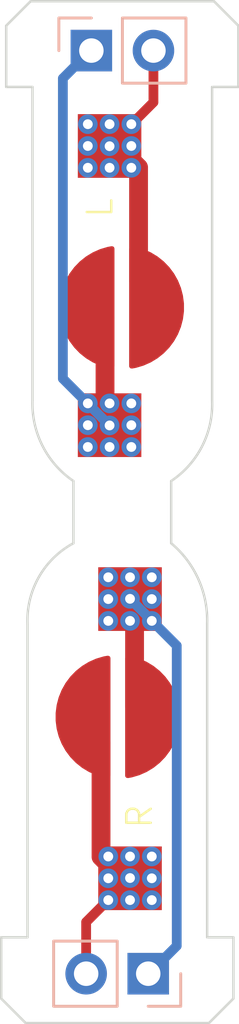
<source format=kicad_pcb>
(kicad_pcb (version 20211014) (generator pcbnew)
  (layers (0 "F.Cu" signal) (31 "B.Cu" signal) (34 "B.Paste" user) (35 "F.Paste" user) (36 "B.SilkS" user "B.Silkscreen") (37 "F.SilkS" user "F.Silkscreen") (38 "B.Mask" user) (39 "F.Mask" user) (44 "Edge.Cuts" user))
  (net 0 "")
  (net 1 "Net-(J1-Pad1)")
  (net 2 "Net-(J1-Pad2)")
  (net 3 "Net-(J2-Pad1)")
  (net 4 "Net-(J2-Pad2)")
  (footprint "PhobGCC_Footprints:Trigger_Contact" (layer "F.Cu") (at 108.538 63.152029 90)
    (fp_text reference "SW1" hide)
    (fp_text value "L" (at 4.06 -0.89 90) (layer "F.SilkS") (effects (font (thickness 0.1))))
    (pad "1" thru_hole circle (at -3.92 -1.39 90) (size 0.8 0.8) (drill 0.4) (layers *.Cu *.Mask) (net 1 "Net-(J1-Pad1)"))
    (pad "1" thru_hole circle (at -5.7 -0.5 90) (size 0.8 0.8) (drill 0.4) (layers *.Cu *.Mask) (net 1 "Net-(J1-Pad1)"))
    (pad "1" smd custom (at -4.81 -0.5 90) (size 1.524 1.524) (layers "F.Cu" "F.Paste" "F.Mask") (net 1 "Net-(J1-Pad1)") (options (clearance outline) (anchor circle)) (primitives (gr_rect (start -1.3 1.3) (end 1.3 -1.3) (width 0) (fill yes))))
    (pad "1" thru_hole circle (at -4.81 0.39 90) (size 0.8 0.8) (drill 0.4) (layers *.Cu *.Mask) (net 1 "Net-(J1-Pad1)"))
    (pad "1" thru_hole circle (at -4.82 -0.5 90) (size 0.8 0.8) (drill 0.4) (layers *.Cu *.Mask) (net 1 "Net-(J1-Pad1)"))
    (pad "1" thru_hole circle (at -3.92 0.39 90) (size 0.8 0.8) (drill 0.4) (layers *.Cu *.Mask) (net 1 "Net-(J1-Pad1)"))
    (pad "1" thru_hole circle (at -4.81 -1.39 90) (size 0.8 0.8) (drill 0.4) (layers *.Cu *.Mask) (net 1 "Net-(J1-Pad1)"))
    (pad "1" thru_hole circle (at -5.7 0.39 90) (size 0.8 0.8) (drill 0.4) (layers *.Cu *.Mask) (net 1 "Net-(J1-Pad1)"))
    (pad "1" thru_hole circle (at -3.92 -0.5 90) (size 0.8 0.8) (drill 0.4) (layers *.Cu *.Mask) (net 1 "Net-(J1-Pad1)"))
    (pad "1" smd custom (at 0 -1.421886 90) (size 1.524 1.524) (layers "F.Cu" "F.Paste" "F.Mask") (net 1 "Net-(J1-Pad1)") (options (clearance outline) (anchor circle)) (primitives (gr_poly (pts (xy 2.4 1.021886) (xy 2.372946 0.868173) (xy 2.284539 0.568843) (xy 2.158541 0.283291) (xy 1.997027 0.016218) (xy 1.802655 -0.227983) (xy 1.578621 -0.445293) (xy 1.328613 -0.632137) (xy 1.056744 -0.785441) (xy 0.767487 -0.902682) (xy 0.465603 -0.981932) (xy 0.156057 -1.021885) (xy -0.156057 -1.021885) (xy -0.465603 -0.981932) (xy -0.767487 -0.902682) (xy -1.056744 -0.785441) (xy -1.328613 -0.632137) (xy -1.578621 -0.445293) (xy -1.802655 -0.227983) (xy -1.997027 0.016218) (xy -2.158541 0.283291) (xy -2.284539 0.568843) (xy -2.372946 0.868173) (xy -2.4 1.021886)) (width 0.2) (fill yes))))
    (pad "1" thru_hole circle (at -5.7 -1.39 90) (size 0.8 0.8) (drill 0.4) (layers *.Cu *.Mask) (net 1 "Net-(J1-Pad1)"))
    (pad "2" thru_hole circle (at 7.48 -1.39 90) (size 0.8 0.8) (drill 0.4) (layers *.Cu *.Mask) (net 2 "Net-(J1-Pad2)"))
    (pad "2" smd custom (at 6.59 -0.5 90) (size 1.524 1.524) (layers "F.Cu" "F.Paste" "F.Mask") (net 2 "Net-(J1-Pad2)") (options (clearance outline) (anchor circle)) (primitives (gr_rect (start -1.3 1.3) (end 1.3 -1.3) (width 0) (fill yes))))
    (pad "2" thru_hole circle (at 5.7 -1.39 90) (size 0.8 0.8) (drill 0.4) (layers *.Cu *.Mask) (net 2 "Net-(J1-Pad2)"))
    (pad "2" thru_hole circle (at 5.7 -0.5 90) (size 0.8 0.8) (drill 0.4) (layers *.Cu *.Mask) (net 2 "Net-(J1-Pad2)"))
    (pad "2" thru_hole circle (at 5.7 0.39 90) (size 0.8 0.8) (drill 0.4) (layers *.Cu *.Mask) (net 2 "Net-(J1-Pad2)"))
    (pad "2" thru_hole circle (at 6.58 -0.5 90) (size 0.8 0.8) (drill 0.4) (layers *.Cu *.Mask) (net 2 "Net-(J1-Pad2)"))
    (pad "2" thru_hole circle (at 7.48 -0.5 90) (size 0.8 0.8) (drill 0.4) (layers *.Cu *.Mask) (net 2 "Net-(J1-Pad2)"))
    (pad "2" thru_hole circle (at 6.59 0.39 90) (size 0.8 0.8) (drill 0.4) (layers *.Cu *.Mask) (net 2 "Net-(J1-Pad2)"))
    (pad "2" thru_hole circle (at 7.48 0.39 90) (size 0.8 0.8) (drill 0.4) (layers *.Cu *.Mask) (net 2 "Net-(J1-Pad2)"))
    (pad "2" thru_hole circle (at 6.59 -1.39 90) (size 0.8 0.8) (drill 0.4) (layers *.Cu *.Mask) (net 2 "Net-(J1-Pad2)"))
    (pad "2" smd custom (at 0 1.421885 90) (size 1.524 1.524) (layers "F.Cu" "F.Paste" "F.Mask") (net 2 "Net-(J1-Pad2)") (options (clearance outline) (anchor circle)) (primitives (gr_poly (pts (xy -2.4 -1.021885) (xy -2.372946 -0.868172) (xy -2.284539 -0.568842) (xy -2.158541 -0.28329) (xy -1.997027 -0.016217) (xy -1.802655 0.227984) (xy -1.578621 0.445294) (xy -1.328613 0.632138) (xy -1.056744 0.785442) (xy -0.767487 0.902683) (xy -0.465603 0.981933) (xy -0.156057 1.021886) (xy 0.156057 1.021886) (xy 0.465603 0.981933) (xy 0.767487 0.902683) (xy 1.056744 0.785442) (xy 1.328613 0.632138) (xy 1.578621 0.445294) (xy 1.802655 0.227984) (xy 1.997027 -0.016217) (xy 2.158541 -0.28329) (xy 2.284539 -0.568842) (xy 2.372946 -0.868172) (xy 2.4 -1.021885)) (width 0.2) (fill yes))))
  )
  (footprint "PhobGCC_Footprints:breakaway-mousebites-double" (layer "F.Cu") (at 108.325 70.244093 180)
    (fp_text reference "H2" hide)
    (fp_text value "MouseBiteRA" hide)
    (fp_line (start -2.233 -2.537893) (end -2.233 0.002107) (layer "Edge.Cuts") (width 0.1))
    (fp_line (start 1.767 -2.537893) (end 1.767 0.002107) (layer "Edge.Cuts") (width 0.1))
    (pad "" np_thru_hole circle (at -0.23 -2.26085) (size 0.7874 0.7874) (drill 0.7874) (layers *.Cu *.Mask))
    (pad "" np_thru_hole circle (at 1.04 -0.23 180) (size 0.7874 0.7874) (drill 0.7874) (layers *.Cu *.Mask))
    (pad "" np_thru_hole circle (at -1.5 -0.23 180) (size 0.7874 0.7874) (drill 0.7874) (layers *.Cu *.Mask))
    (pad "" np_thru_hole circle (at -0.23 -0.23 180) (size 0.7874 0.7874) (drill 0.7874) (layers *.Cu *.Mask))
    (pad "" np_thru_hole circle (at 1.04 -2.26085) (size 0.7874 0.7874) (drill 0.7874) (layers *.Cu *.Mask))
    (pad "" np_thru_hole circle (at -1.5 -2.26085) (size 0.7874 0.7874) (drill 0.7874) (layers *.Cu *.Mask))
  )
  (footprint "PhobGCC_Footprints:Trigger_Contact" (layer "F.Cu") (at 108.374503 79.871943 -90)
    (fp_text reference "SW2" hide)
    (fp_text value "R" (at 4.06 -0.89 -270) (layer "F.SilkS") (effects (font (thickness 0.1))))
    (pad "1" thru_hole circle (at -4.81 -1.39 270) (size 0.8 0.8) (drill 0.4) (layers *.Cu *.Mask) (net 3 "Net-(J2-Pad1)"))
    (pad "1" thru_hole circle (at -5.7 -1.39 270) (size 0.8 0.8) (drill 0.4) (layers *.Cu *.Mask) (net 3 "Net-(J2-Pad1)"))
    (pad "1" thru_hole circle (at -4.82 -0.5 270) (size 0.8 0.8) (drill 0.4) (layers *.Cu *.Mask) (net 3 "Net-(J2-Pad1)"))
    (pad "1" thru_hole circle (at -3.92 0.39 270) (size 0.8 0.8) (drill 0.4) (layers *.Cu *.Mask) (net 3 "Net-(J2-Pad1)"))
    (pad "1" thru_hole circle (at -5.7 0.39 270) (size 0.8 0.8) (drill 0.4) (layers *.Cu *.Mask) (net 3 "Net-(J2-Pad1)"))
    (pad "1" smd custom (at 0 -1.421886 270) (size 1.524 1.524) (layers "F.Cu" "F.Paste" "F.Mask") (net 3 "Net-(J2-Pad1)") (options (clearance outline) (anchor circle)) (primitives (gr_poly (pts (xy 2.4 1.021886) (xy 2.372946 0.868173) (xy 2.284539 0.568843) (xy 2.158541 0.283291) (xy 1.997027 0.016218) (xy 1.802655 -0.227983) (xy 1.578621 -0.445293) (xy 1.328613 -0.632137) (xy 1.056744 -0.785441) (xy 0.767487 -0.902682) (xy 0.465603 -0.981932) (xy 0.156057 -1.021885) (xy -0.156057 -1.021885) (xy -0.465603 -0.981932) (xy -0.767487 -0.902682) (xy -1.056744 -0.785441) (xy -1.328613 -0.632137) (xy -1.578621 -0.445293) (xy -1.802655 -0.227983) (xy -1.997027 0.016218) (xy -2.158541 0.283291) (xy -2.284539 0.568843) (xy -2.372946 0.868173) (xy -2.4 1.021886)) (width 0.2) (fill yes))))
    (pad "1" thru_hole circle (at -5.7 -0.5 270) (size 0.8 0.8) (drill 0.4) (layers *.Cu *.Mask) (net 3 "Net-(J2-Pad1)"))
    (pad "1" thru_hole circle (at -3.92 -1.39 270) (size 0.8 0.8) (drill 0.4) (layers *.Cu *.Mask) (net 3 "Net-(J2-Pad1)"))
    (pad "1" thru_hole circle (at -3.92 -0.5 270) (size 0.8 0.8) (drill 0.4) (layers *.Cu *.Mask) (net 3 "Net-(J2-Pad1)"))
    (pad "1" smd custom (at -4.81 -0.5 270) (size 1.524 1.524) (layers "F.Cu" "F.Paste" "F.Mask") (net 3 "Net-(J2-Pad1)") (options (clearance outline) (anchor circle)) (primitives (gr_rect (start -1.3 1.3) (end 1.3 -1.3) (width 0) (fill yes))))
    (pad "1" thru_hole circle (at -4.81 0.39 270) (size 0.8 0.8) (drill 0.4) (layers *.Cu *.Mask) (net 3 "Net-(J2-Pad1)"))
    (pad "2" thru_hole circle (at 7.48 0.39 270) (size 0.8 0.8) (drill 0.4) (layers *.Cu *.Mask) (net 4 "Net-(J2-Pad2)"))
    (pad "2" thru_hole circle (at 5.7 -1.39 270) (size 0.8 0.8) (drill 0.4) (layers *.Cu *.Mask) (net 4 "Net-(J2-Pad2)"))
    (pad "2" thru_hole circle (at 5.7 0.39 270) (size 0.8 0.8) (drill 0.4) (layers *.Cu *.Mask) (net 4 "Net-(J2-Pad2)"))
    (pad "2" thru_hole circle (at 6.59 0.39 270) (size 0.8 0.8) (drill 0.4) (layers *.Cu *.Mask) (net 4 "Net-(J2-Pad2)"))
    (pad "2" thru_hole circle (at 5.7 -0.5 270) (size 0.8 0.8) (drill 0.4) (layers *.Cu *.Mask) (net 4 "Net-(J2-Pad2)"))
    (pad "2" smd custom (at 6.59 -0.5 270) (size 1.524 1.524) (layers "F.Cu" "F.Paste" "F.Mask") (net 4 "Net-(J2-Pad2)") (options (clearance outline) (anchor circle)) (primitives (gr_rect (start -1.3 1.3) (end 1.3 -1.3) (width 0) (fill yes))))
    (pad "2" thru_hole circle (at 7.48 -0.5 270) (size 0.8 0.8) (drill 0.4) (layers *.Cu *.Mask) (net 4 "Net-(J2-Pad2)"))
    (pad "2" thru_hole circle (at 7.48 -1.39 270) (size 0.8 0.8) (drill 0.4) (layers *.Cu *.Mask) (net 4 "Net-(J2-Pad2)"))
    (pad "2" smd custom (at 0 1.421885 270) (size 1.524 1.524) (layers "F.Cu" "F.Paste" "F.Mask") (net 4 "Net-(J2-Pad2)") (options (clearance outline) (anchor circle)) (primitives (gr_poly (pts (xy -2.4 -1.021885) (xy -2.372946 -0.868172) (xy -2.284539 -0.568842) (xy -2.158541 -0.28329) (xy -1.997027 -0.016217) (xy -1.802655 0.227984) (xy -1.578621 0.445294) (xy -1.328613 0.632138) (xy -1.056744 0.785442) (xy -0.767487 0.902683) (xy -0.465603 0.981933) (xy -0.156057 1.021886) (xy 0.156057 1.021886) (xy 0.465603 0.981933) (xy 0.767487 0.902683) (xy 1.056744 0.785442) (xy 1.328613 0.632138) (xy 1.578621 0.445294) (xy 1.802655 0.227984) (xy 1.997027 -0.016217) (xy 2.158541 -0.28329) (xy 2.284539 -0.568842) (xy 2.372946 -0.868172) (xy 2.4 -1.021885)) (width 0.2) (fill yes))))
    (pad "2" thru_hole circle (at 6.59 -1.39 270) (size 0.8 0.8) (drill 0.4) (layers *.Cu *.Mask) (net 4 "Net-(J2-Pad2)"))
    (pad "2" thru_hole circle (at 6.58 -0.5 270) (size 0.8 0.8) (drill 0.4) (layers *.Cu *.Mask) (net 4 "Net-(J2-Pad2)"))
  )
  (footprint "PhobGCC_Footprints:Pin_Header_Straight_1x02_Pitch2.54mm" (layer "B.Cu") (at 107.293003 52.667029 -90)
    (fp_text reference "J1" hide)
    (fp_text value "L" hide)
    (fp_line (start -1.33 0) (end -1.33 1.33) (layer "B.SilkS") (width 0.12))
    (fp_line (start -1.33 1.33) (end 0 1.33) (layer "B.SilkS") (width 0.12))
    (fp_line (start 1.33 -1.27) (end 1.33 -3.87) (layer "B.SilkS") (width 0.12))
    (fp_line (start -1.33 -1.27) (end 1.33 -1.27) (layer "B.SilkS") (width 0.12))
    (fp_line (start -1.33 -3.87) (end 1.33 -3.87) (layer "B.SilkS") (width 0.12))
    (fp_line (start -1.33 -1.27) (end -1.33 -3.87) (layer "B.SilkS") (width 0.12))
    (pad "1" thru_hole rect (at 0 0 270) (size 1.7 1.7) (drill 1) (layers *.Cu *.Mask) (net 1 "Net-(J1-Pad1)"))
    (pad "2" thru_hole oval (at 0 -2.54 270) (size 1.7 1.7) (drill 1) (layers *.Cu *.Mask) (net 2 "Net-(J1-Pad2)"))
  )
  (footprint "PhobGCC_Footprints:Pin_Header_Straight_1x02_Pitch2.54mm" (layer "B.Cu") (at 109.6195 90.356943 90)
    (fp_text reference "J2" hide)
    (fp_text value "R" hide)
    (fp_line (start -1.33 -3.87) (end 1.33 -3.87) (layer "B.SilkS") (width 0.12))
    (fp_line (start -1.33 -1.27) (end -1.33 -3.87) (layer "B.SilkS") (width 0.12))
    (fp_line (start -1.33 1.33) (end 0 1.33) (layer "B.SilkS") (width 0.12))
    (fp_line (start -1.33 -1.27) (end 1.33 -1.27) (layer "B.SilkS") (width 0.12))
    (fp_line (start 1.33 -1.27) (end 1.33 -3.87) (layer "B.SilkS") (width 0.12))
    (fp_line (start -1.33 0) (end -1.33 1.33) (layer "B.SilkS") (width 0.12))
    (pad "1" thru_hole rect (at 0 0 90) (size 1.7 1.7) (drill 1) (layers *.Cu *.Mask) (net 3 "Net-(J2-Pad1)"))
    (pad "2" thru_hole oval (at 0 -2.54 90) (size 1.7 1.7) (drill 1) (layers *.Cu *.Mask) (net 4 "Net-(J2-Pad2)"))
  )
  (gr_line (start 104.883 54.152029) (end 104.883 66.952029) (layer "Edge.Cuts") (width 0.1))
  (gr_line (start 104.679503 88.871943) (end 104.679503 76.071943) (layer "Edge.Cuts") (width 0.1))
  (gr_line (start 103.604503 91.371943) (end 103.604503 88.871943) (layer "Edge.Cuts") (width 0.1))
  (gr_line (start 103.808 51.652029) (end 103.808 54.152029) (layer "Edge.Cuts") (width 0.1))
  (gr_line (start 112.104503 92.371943) (end 113.104503 91.371943) (layer "Edge.Cuts") (width 0.1))
  (gr_arc (start 112.233 66.952029) (mid 111.826403 68.816395) (end 110.558 70.241986) (layer "Edge.Cuts") (width 0.1))
  (gr_line (start 113.308 51.652029) (end 112.308 50.652029) (layer "Edge.Cuts") (width 0.1))
  (gr_line (start 103.604503 91.371943) (end 104.604503 92.371943) (layer "Edge.Cuts") (width 0.1))
  (gr_arc (start 104.679503 76.071943) (mid 105.14715 74.157693) (end 106.558 72.781986) (layer "Edge.Cuts") (width 0.1))
  (gr_line (start 104.679503 88.871943) (end 103.604503 88.871943) (layer "Edge.Cuts") (width 0.1))
  (gr_line (start 113.308 51.652029) (end 113.308 54.152029) (layer "Edge.Cuts") (width 0.1))
  (gr_line (start 103.808 54.152029) (end 104.883 54.152029) (layer "Edge.Cuts") (width 0.1))
  (gr_line (start 112.029503 88.871943) (end 112.029503 76.071943) (layer "Edge.Cuts") (width 0.1))
  (gr_line (start 113.104503 91.371943) (end 113.104503 88.871943) (layer "Edge.Cuts") (width 0.1))
  (gr_arc (start 110.558 72.781986) (mid 111.674383 74.256719) (end 112.029503 76.071943) (layer "Edge.Cuts") (width 0.1))
  (gr_line (start 112.233 54.152029) (end 112.233 66.952029) (layer "Edge.Cuts") (width 0.1))
  (gr_line (start 113.104503 88.871943) (end 112.029503 88.871943) (layer "Edge.Cuts") (width 0.1))
  (gr_arc (start 106.558 70.241986) (mid 105.297554 68.812335) (end 104.883 66.952029) (layer "Edge.Cuts") (width 0.1))
  (gr_line (start 104.808 50.652029) (end 103.808 51.652029) (layer "Edge.Cuts") (width 0.1))
  (gr_line (start 112.233 54.152029) (end 113.308 54.152029) (layer "Edge.Cuts") (width 0.1))
  (gr_line (start 112.104503 92.371943) (end 104.604503 92.371943) (layer "Edge.Cuts") (width 0.1))
  (gr_line (start 104.808 50.652029) (end 112.308 50.652029) (layer "Edge.Cuts") (width 0.1))
  (segment (start 107.852 67.460029) (end 108.038 67.646029) (width 0.77) (layer "F.Cu") (net 1))
  (segment (start 107.852 63.571915) (end 107.852 67.460029) (width 0.77) (layer "F.Cu") (net 1))
  (segment (start 107.116114 62.836029) (end 107.852 63.571915) (width 0.77) (layer "F.Cu") (net 1))
  (segment (start 106.126997 66.061026) (end 108.038 67.972029) (width 0.4) (layer "B.Cu") (net 1))
  (segment (start 106.126997 53.802032) (end 106.126997 66.061026) (width 0.4) (layer "B.Cu") (net 1))
  (segment (start 107.283 52.646029) (end 106.126997 53.802032) (width 0.4) (layer "B.Cu") (net 1))
  (segment (start 109.833003 54.777026) (end 108.038 56.572029) (width 0.4) (layer "F.Cu") (net 2))
  (segment (start 109.959885 62.836029) (end 109.224 62.100144) (width 0.77) (layer "F.Cu") (net 2))
  (segment (start 109.833003 52.667029) (end 109.833003 54.777026) (width 0.4) (layer "F.Cu") (net 2))
  (segment (start 109.224 62.100144) (end 109.224 57.442029) (width 0.77) (layer "F.Cu") (net 2))
  (segment (start 109.224 57.442029) (end 108.038 56.256029) (width 0.77) (layer "F.Cu") (net 2))
  (segment (start 109.796389 80.187943) (end 109.060503 79.452057) (width 0.77) (layer "F.Cu") (net 3))
  (segment (start 109.060503 75.563943) (end 108.874503 75.377943) (width 0.77) (layer "F.Cu") (net 3))
  (segment (start 109.060503 79.452057) (end 109.060503 75.563943) (width 0.77) (layer "F.Cu") (net 3))
  (segment (start 110.785506 76.962946) (end 108.874503 75.051943) (width 0.4) (layer "B.Cu") (net 3))
  (segment (start 109.629503 90.377943) (end 110.785506 89.22194) (width 0.4) (layer "B.Cu") (net 3))
  (segment (start 110.785506 89.22194) (end 110.785506 76.962946) (width 0.4) (layer "B.Cu") (net 3))
  (segment (start 107.688503 80.923828) (end 107.688503 85.581943) (width 0.77) (layer "F.Cu") (net 4))
  (segment (start 106.952618 80.187943) (end 107.688503 80.923828) (width 0.77) (layer "F.Cu") (net 4))
  (segment (start 107.0795 88.246946) (end 108.874503 86.451943) (width 0.4) (layer "F.Cu") (net 4))
  (segment (start 107.0795 90.356943) (end 107.0795 88.246946) (width 0.4) (layer "F.Cu") (net 4))
  (segment (start 107.688503 85.581943) (end 108.874503 86.767943) (width 0.77) (layer "F.Cu") (net 4))
)
</source>
